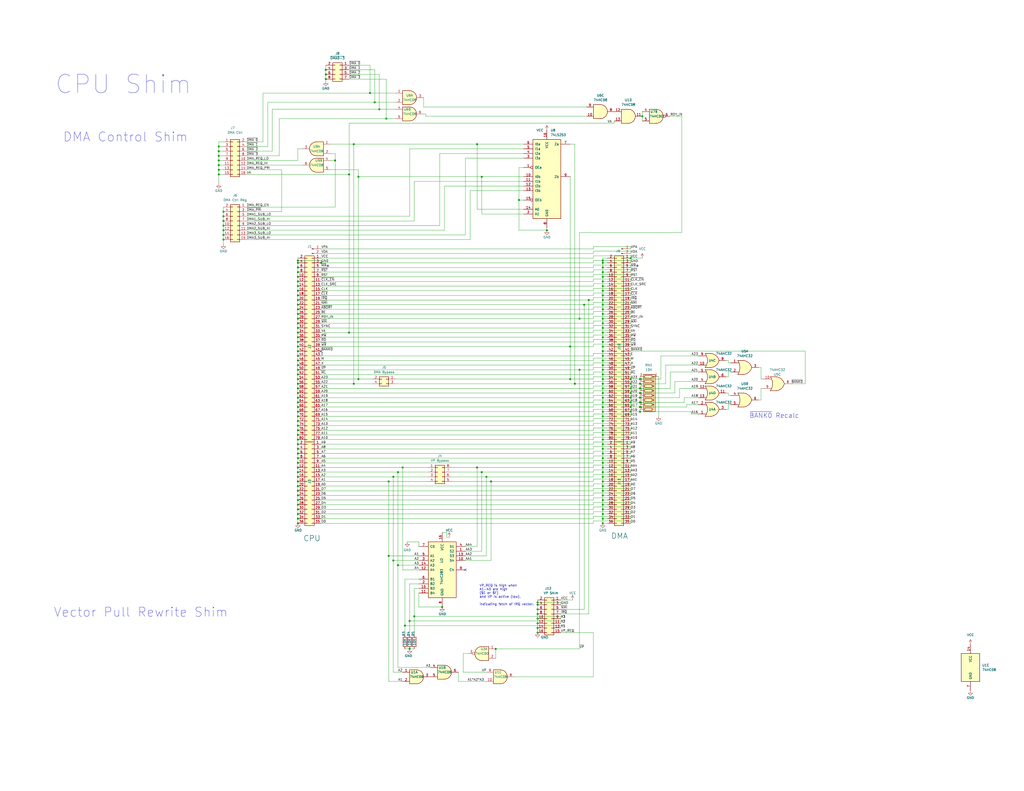
<source format=kicad_sch>
(kicad_sch (version 20230121) (generator eeschema)
  (paper "C")
  (junction (at 121.92 115.57))
  (junction (at 328.93 156.21))
  (junction (at 162.56 229.87))
  (junction (at 349.25 219.71))
  (junction (at 162.56 186.69))
  (junction (at 162.56 168.91))
  (junction (at 182.88 87.63))
  (junction (at 162.56 273.05))
  (junction (at 162.56 237.49))
  (junction (at 177.8 38.1))
  (junction (at 162.56 207.01))
  (junction (at 260.35 78.74))
  (junction (at 328.93 179.07))
  (junction (at 328.93 171.45))
  (junction (at 162.56 250.19))
  (junction (at 350.52 63.5))
  (junction (at 214.63 306.07))
  (junction (at 328.93 148.59))
  (junction (at 162.56 260.35))
  (junction (at 241.3 331.47))
  (junction (at 204.47 55.88))
  (junction (at 214.63 260.35))
  (junction (at 344.17 224.79))
  (junction (at 328.93 168.91))
  (junction (at 328.93 207.01))
  (junction (at 162.56 227.33))
  (junction (at 162.56 247.65))
  (junction (at 328.93 153.67))
  (junction (at 162.56 161.29))
  (junction (at 193.04 78.74))
  (junction (at 162.56 212.09))
  (junction (at 119.38 85.09))
  (junction (at 162.56 151.13))
  (junction (at 119.38 90.17))
  (junction (at 344.17 222.25))
  (junction (at 328.93 280.67))
  (junction (at 162.56 199.39))
  (junction (at 162.56 217.17))
  (junction (at 328.93 219.71))
  (junction (at 328.93 217.17))
  (junction (at 162.56 214.63))
  (junction (at 212.09 303.53))
  (junction (at 162.56 181.61))
  (junction (at 162.56 158.75))
  (junction (at 223.52 339.09))
  (junction (at 293.37 328.93))
  (junction (at 328.93 227.33))
  (junction (at 162.56 242.57))
  (junction (at 344.17 214.63))
  (junction (at 328.93 283.21))
  (junction (at 162.56 270.51))
  (junction (at 328.93 245.11))
  (junction (at 162.56 204.47))
  (junction (at 162.56 257.81))
  (junction (at 195.58 96.52))
  (junction (at 162.56 171.45))
  (junction (at 328.93 184.15))
  (junction (at 162.56 142.24))
  (junction (at 162.56 156.21))
  (junction (at 328.93 278.13))
  (junction (at 262.89 257.81))
  (junction (at 270.51 354.33))
  (junction (at 162.56 153.67))
  (junction (at 121.92 130.81))
  (junction (at 328.93 252.73))
  (junction (at 162.56 222.25))
  (junction (at 328.93 158.75))
  (junction (at 328.93 275.59))
  (junction (at 119.38 92.71))
  (junction (at 121.92 125.73))
  (junction (at 328.93 209.55))
  (junction (at 121.92 128.27))
  (junction (at 349.25 222.25))
  (junction (at 293.37 335.28))
  (junction (at 349.25 207.01))
  (junction (at 328.93 161.29))
  (junction (at 328.93 262.89))
  (junction (at 349.25 209.55))
  (junction (at 121.92 118.11))
  (junction (at 311.15 189.23))
  (junction (at 283.21 109.22))
  (junction (at 162.56 191.77))
  (junction (at 162.56 179.07))
  (junction (at 328.93 204.47))
  (junction (at 328.93 173.99))
  (junction (at 119.38 87.63))
  (junction (at 162.56 283.21))
  (junction (at 162.56 265.43))
  (junction (at 328.93 214.63))
  (junction (at 260.35 255.27))
  (junction (at 162.56 184.15))
  (junction (at 328.93 196.85))
  (junction (at 344.17 217.17))
  (junction (at 328.93 260.35))
  (junction (at 162.56 146.05))
  (junction (at 349.25 214.63))
  (junction (at 293.37 340.36))
  (junction (at 190.5 181.61))
  (junction (at 328.93 255.27))
  (junction (at 162.56 209.55))
  (junction (at 328.93 224.79))
  (junction (at 328.93 267.97))
  (junction (at 162.56 196.85))
  (junction (at 316.23 201.93))
  (junction (at 162.56 143.51))
  (junction (at 328.93 234.95))
  (junction (at 162.56 240.03))
  (junction (at 328.93 247.65))
  (junction (at 328.93 265.43))
  (junction (at 207.01 59.69))
  (junction (at 328.93 270.51))
  (junction (at 162.56 176.53))
  (junction (at 162.56 219.71))
  (junction (at 162.56 285.75))
  (junction (at 328.93 232.41))
  (junction (at 195.58 207.01))
  (junction (at 219.71 255.27))
  (junction (at 162.56 280.67))
  (junction (at 267.97 262.89))
  (junction (at 223.52 354.33))
  (junction (at 328.93 201.93))
  (junction (at 344.17 140.97))
  (junction (at 328.93 212.09))
  (junction (at 311.15 207.01))
  (junction (at 190.5 95.25))
  (junction (at 313.69 209.55))
  (junction (at 349.25 224.79))
  (junction (at 121.92 123.19))
  (junction (at 162.56 245.11))
  (junction (at 217.17 257.81))
  (junction (at 328.93 176.53))
  (junction (at 119.38 95.25))
  (junction (at 162.56 148.59))
  (junction (at 328.93 240.03))
  (junction (at 220.98 341.63))
  (junction (at 193.04 209.55))
  (junction (at 328.93 229.87))
  (junction (at 293.37 332.74))
  (junction (at 321.31 163.83))
  (junction (at 293.37 342.9))
  (junction (at 162.56 252.73))
  (junction (at 328.93 194.31))
  (junction (at 119.38 80.01))
  (junction (at 328.93 191.77))
  (junction (at 212.09 262.89))
  (junction (at 162.56 278.13))
  (junction (at 344.17 212.09))
  (junction (at 328.93 250.19))
  (junction (at 162.56 224.79))
  (junction (at 217.17 308.61))
  (junction (at 316.23 173.99))
  (junction (at 349.25 212.09))
  (junction (at 162.56 267.97))
  (junction (at 318.77 166.37))
  (junction (at 201.93 50.8))
  (junction (at 328.93 186.69))
  (junction (at 210.82 64.77))
  (junction (at 349.25 217.17))
  (junction (at 177.8 43.18))
  (junction (at 162.56 234.95))
  (junction (at 344.17 207.01))
  (junction (at 265.43 260.35))
  (junction (at 162.56 194.31))
  (junction (at 328.93 151.13))
  (junction (at 162.56 275.59))
  (junction (at 226.06 336.55))
  (junction (at 162.56 255.27))
  (junction (at 298.45 125.73))
  (junction (at 328.93 285.75))
  (junction (at 328.93 257.81))
  (junction (at 293.37 330.2))
  (junction (at 119.38 82.55))
  (junction (at 162.56 189.23))
  (junction (at 328.93 142.24))
  (junction (at 328.93 189.23))
  (junction (at 328.93 273.05))
  (junction (at 328.93 166.37))
  (junction (at 293.37 345.44))
  (junction (at 121.92 120.65))
  (junction (at 177.8 40.64))
  (junction (at 175.26 143.51))
  (junction (at 328.93 242.57))
  (junction (at 328.93 237.49))
  (junction (at 344.17 219.71))
  (junction (at 262.89 96.52))
  (junction (at 162.56 232.41))
  (junction (at 328.93 199.39))
  (junction (at 328.93 146.05))
  (junction (at 162.56 166.37))
  (junction (at 162.56 173.99))
  (junction (at 162.56 201.93))
  (junction (at 344.17 209.55))
  (junction (at 328.93 181.61))
  (junction (at 162.56 163.83))
  (junction (at 328.93 143.51))
  (junction (at 328.93 163.83))
  (junction (at 328.93 222.25))
  (junction (at 162.56 262.89))
  (junction (at 293.37 337.82))
  (no_connect (at 254 311.15))
  (no_connect (at 175.26 191.77))
  (wire (pts (xy 323.85 274.32) (xy 323.85 275.59)))
  (wire (pts (xy 162.56 176.53) (xy 162.56 179.07)))
  (wire (pts (xy 217.17 257.81) (xy 233.68 257.81)))
  (wire (pts (xy 175.26 222.25) (xy 323.85 222.25)))
  (wire (pts (xy 210.82 43.18) (xy 210.82 64.77)))
  (wire (pts (xy 397.51 214.63) (xy 397.51 215.9)))
  (wire (pts (xy 175.26 247.65) (xy 323.85 247.65)))
  (wire (pts (xy 328.93 273.05) (xy 328.93 275.59)))
  (wire (pts (xy 175.26 148.59) (xy 323.85 148.59)))
  (wire (pts (xy 344.17 212.09) (xy 349.25 212.09)))
  (wire (pts (xy 121.92 82.55) (xy 119.38 82.55)))
  (wire (pts (xy 252.73 367.03) (xy 265.43 367.03)))
  (wire (pts (xy 119.38 90.17) (xy 121.92 90.17)))
  (wire (pts (xy 134.62 82.55) (xy 148.59 82.55)))
  (wire (pts (xy 323.85 157.48) (xy 323.85 158.75)))
  (wire (pts (xy 344.17 226.06) (xy 344.17 227.33)))
  (wire (pts (xy 344.17 254) (xy 323.85 254)))
  (wire (pts (xy 344.17 173.99) (xy 344.17 172.72)))
  (wire (pts (xy 323.85 248.92) (xy 323.85 250.19)))
  (wire (pts (xy 162.56 229.87) (xy 162.56 232.41)))
  (wire (pts (xy 316.23 354.33) (xy 270.51 354.33)))
  (wire (pts (xy 283.21 125.73) (xy 298.45 125.73)))
  (wire (pts (xy 344.17 160.02) (xy 323.85 160.02)))
  (wire (pts (xy 190.5 67.31) (xy 190.5 95.25)))
  (wire (pts (xy 344.17 276.86) (xy 344.17 278.13)))
  (wire (pts (xy 328.93 217.17) (xy 328.93 219.71)))
  (wire (pts (xy 344.17 248.92) (xy 344.17 250.19)))
  (wire (pts (xy 306.07 335.28) (xy 321.31 335.28)))
  (wire (pts (xy 344.17 231.14) (xy 344.17 232.41)))
  (wire (pts (xy 328.93 240.03) (xy 331.47 240.03)))
  (wire (pts (xy 344.17 185.42) (xy 344.17 186.69)))
  (wire (pts (xy 220.98 316.23) (xy 220.98 341.63)))
  (wire (pts (xy 328.93 280.67) (xy 328.93 283.21)))
  (wire (pts (xy 195.58 92.71) (xy 195.58 96.52)))
  (wire (pts (xy 328.93 156.21) (xy 331.47 156.21)))
  (wire (pts (xy 328.93 148.59) (xy 331.47 148.59)))
  (wire (pts (xy 220.98 341.63) (xy 306.07 341.63)))
  (wire (pts (xy 165.1 90.17) (xy 134.62 90.17)))
  (wire (pts (xy 344.17 210.82) (xy 323.85 210.82)))
  (wire (pts (xy 414.02 200.66) (xy 415.29 200.66)))
  (wire (pts (xy 328.93 199.39) (xy 331.47 199.39)))
  (wire (pts (xy 328.93 212.09) (xy 328.93 214.63)))
  (wire (pts (xy 344.17 140.97) (xy 350.52 140.97)))
  (wire (pts (xy 350.52 60.96) (xy 350.52 63.5)))
  (wire (pts (xy 360.68 194.31) (xy 381 194.31)))
  (wire (pts (xy 212.09 303.53) (xy 212.09 372.11)))
  (wire (pts (xy 328.93 189.23) (xy 328.93 191.77)))
  (wire (pts (xy 231.14 53.34) (xy 231.14 58.42)))
  (wire (pts (xy 344.17 140.97) (xy 344.17 139.7)))
  (wire (pts (xy 328.93 278.13) (xy 331.47 278.13)))
  (wire (pts (xy 344.17 156.21) (xy 344.17 154.94)))
  (wire (pts (xy 162.56 227.33) (xy 162.56 229.87)))
  (wire (pts (xy 162.56 234.95) (xy 162.56 237.49)))
  (wire (pts (xy 293.37 342.9) (xy 293.37 345.44)))
  (wire (pts (xy 344.17 241.3) (xy 323.85 241.3)))
  (wire (pts (xy 344.17 180.34) (xy 323.85 180.34)))
  (wire (pts (xy 162.56 179.07) (xy 162.56 181.61)))
  (wire (pts (xy 328.93 260.35) (xy 331.47 260.35)))
  (wire (pts (xy 215.9 209.55) (xy 313.69 209.55)))
  (wire (pts (xy 162.56 148.59) (xy 162.56 151.13)))
  (wire (pts (xy 121.92 80.01) (xy 119.38 80.01)))
  (wire (pts (xy 323.85 165.1) (xy 323.85 166.37)))
  (wire (pts (xy 349.25 224.79) (xy 377.19 224.79)))
  (wire (pts (xy 359.41 205.74) (xy 359.41 227.33)))
  (wire (pts (xy 285.75 101.6) (xy 242.57 101.6)))
  (wire (pts (xy 119.38 92.71) (xy 119.38 95.25)))
  (wire (pts (xy 175.26 146.05) (xy 323.85 146.05)))
  (wire (pts (xy 344.17 203.2) (xy 323.85 203.2)))
  (wire (pts (xy 255.27 356.87) (xy 252.73 356.87)))
  (wire (pts (xy 397.51 215.9) (xy 398.78 215.9)))
  (wire (pts (xy 119.38 87.63) (xy 121.92 87.63)))
  (wire (pts (xy 270.51 354.33) (xy 270.51 359.41)))
  (wire (pts (xy 344.17 214.63) (xy 349.25 214.63)))
  (wire (pts (xy 344.17 172.72) (xy 323.85 172.72)))
  (wire (pts (xy 344.17 187.96) (xy 344.17 189.23)))
  (wire (pts (xy 246.38 260.35) (xy 265.43 260.35)))
  (wire (pts (xy 328.93 265.43) (xy 328.93 267.97)))
  (wire (pts (xy 162.56 186.69) (xy 162.56 189.23)))
  (wire (pts (xy 190.5 67.31) (xy 335.28 67.31)))
  (wire (pts (xy 363.22 199.39) (xy 363.22 209.55)))
  (wire (pts (xy 328.93 186.69) (xy 331.47 186.69)))
  (wire (pts (xy 344.17 264.16) (xy 323.85 264.16)))
  (wire (pts (xy 323.85 256.54) (xy 323.85 257.81)))
  (wire (pts (xy 344.17 233.68) (xy 323.85 233.68)))
  (wire (pts (xy 217.17 308.61) (xy 228.6 308.61)))
  (wire (pts (xy 323.85 185.42) (xy 323.85 186.69)))
  (wire (pts (xy 134.62 113.03) (xy 182.88 113.03)))
  (wire (pts (xy 162.56 207.01) (xy 162.56 209.55)))
  (wire (pts (xy 214.63 306.07) (xy 214.63 367.03)))
  (wire (pts (xy 328.93 283.21) (xy 331.47 283.21)))
  (wire (pts (xy 323.85 266.7) (xy 323.85 267.97)))
  (wire (pts (xy 377.19 226.06) (xy 377.19 224.79)))
  (wire (pts (xy 175.26 214.63) (xy 323.85 214.63)))
  (wire (pts (xy 344.17 177.8) (xy 344.17 179.07)))
  (wire (pts (xy 162.56 242.57) (xy 162.56 245.11)))
  (wire (pts (xy 328.93 166.37) (xy 328.93 168.91)))
  (wire (pts (xy 344.17 279.4) (xy 344.17 280.67)))
  (wire (pts (xy 121.92 123.19) (xy 121.92 125.73)))
  (wire (pts (xy 175.26 209.55) (xy 193.04 209.55)))
  (wire (pts (xy 328.93 229.87) (xy 331.47 229.87)))
  (wire (pts (xy 195.58 96.52) (xy 262.89 96.52)))
  (wire (pts (xy 316.23 173.99) (xy 323.85 173.99)))
  (wire (pts (xy 177.8 43.18) (xy 177.8 44.45)))
  (wire (pts (xy 344.17 200.66) (xy 344.17 201.93)))
  (wire (pts (xy 328.93 262.89) (xy 331.47 262.89)))
  (wire (pts (xy 344.17 200.66) (xy 323.85 200.66)))
  (wire (pts (xy 349.25 223.52) (xy 349.25 224.79)))
  (wire (pts (xy 134.62 115.57) (xy 153.67 115.57)))
  (wire (pts (xy 252.73 356.87) (xy 252.73 367.03)))
  (wire (pts (xy 285.75 114.3) (xy 260.35 114.3)))
  (wire (pts (xy 162.56 265.43) (xy 162.56 267.97)))
  (wire (pts (xy 344.17 217.17) (xy 349.25 217.17)))
  (wire (pts (xy 349.25 219.71) (xy 373.38 219.71)))
  (wire (pts (xy 328.93 283.21) (xy 328.93 285.75)))
  (wire (pts (xy 175.26 285.75) (xy 323.85 285.75)))
  (wire (pts (xy 328.93 186.69) (xy 328.93 189.23)))
  (wire (pts (xy 193.04 78.74) (xy 260.35 78.74)))
  (wire (pts (xy 175.26 229.87) (xy 323.85 229.87)))
  (wire (pts (xy 344.17 210.82) (xy 344.17 212.09)))
  (wire (pts (xy 328.93 278.13) (xy 328.93 280.67)))
  (wire (pts (xy 335.28 67.31) (xy 335.28 66.04)))
  (wire (pts (xy 328.93 194.31) (xy 328.93 196.85)))
  (wire (pts (xy 344.17 166.37) (xy 344.17 165.1)))
  (wire (pts (xy 323.85 238.76) (xy 323.85 240.03)))
  (wire (pts (xy 177.8 40.64) (xy 177.8 43.18)))
  (wire (pts (xy 223.52 118.11) (xy 134.62 118.11)))
  (wire (pts (xy 175.26 173.99) (xy 316.23 173.99)))
  (wire (pts (xy 344.17 259.08) (xy 344.17 260.35)))
  (wire (pts (xy 323.85 241.3) (xy 323.85 242.57)))
  (wire (pts (xy 344.17 281.94) (xy 323.85 281.94)))
  (wire (pts (xy 162.56 153.67) (xy 162.56 156.21)))
  (wire (pts (xy 265.43 303.53) (xy 265.43 260.35)))
  (wire (pts (xy 328.93 227.33) (xy 331.47 227.33)))
  (wire (pts (xy 344.17 148.59) (xy 344.17 147.32)))
  (wire (pts (xy 323.85 231.14) (xy 323.85 232.41)))
  (wire (pts (xy 397.51 223.52) (xy 397.51 220.98)))
  (wire (pts (xy 254 303.53) (xy 265.43 303.53)))
  (wire (pts (xy 365.76 203.2) (xy 381 203.2)))
  (wire (pts (xy 217.17 364.49) (xy 234.95 364.49)))
  (wire (pts (xy 323.85 284.48) (xy 323.85 285.75)))
  (wire (pts (xy 328.93 270.51) (xy 328.93 273.05)))
  (wire (pts (xy 328.93 176.53) (xy 328.93 179.07)))
  (wire (pts (xy 162.56 196.85) (xy 162.56 199.39)))
  (wire (pts (xy 143.51 50.8) (xy 201.93 50.8)))
  (wire (pts (xy 212.09 372.11) (xy 219.71 372.11)))
  (wire (pts (xy 232.41 62.23) (xy 232.41 63.5)))
  (wire (pts (xy 175.26 270.51) (xy 323.85 270.51)))
  (wire (pts (xy 328.93 176.53) (xy 331.47 176.53)))
  (wire (pts (xy 328.93 181.61) (xy 331.47 181.61)))
  (wire (pts (xy 328.93 163.83) (xy 331.47 163.83)))
  (wire (pts (xy 344.17 165.1) (xy 323.85 165.1)))
  (wire (pts (xy 328.93 275.59) (xy 331.47 275.59)))
  (wire (pts (xy 377.19 226.06) (xy 381 226.06)))
  (wire (pts (xy 323.85 172.72) (xy 323.85 173.99)))
  (wire (pts (xy 162.56 212.09) (xy 162.56 214.63)))
  (wire (pts (xy 328.93 265.43) (xy 331.47 265.43)))
  (wire (pts (xy 121.92 115.57) (xy 121.92 118.11)))
  (wire (pts (xy 344.17 220.98) (xy 344.17 222.25)))
  (wire (pts (xy 175.26 234.95) (xy 323.85 234.95)))
  (wire (pts (xy 162.56 184.15) (xy 162.56 186.69)))
  (wire (pts (xy 121.92 125.73) (xy 121.92 128.27)))
  (wire (pts (xy 250.19 372.11) (xy 265.43 372.11)))
  (wire (pts (xy 226.06 99.06) (xy 226.06 120.65)))
  (wire (pts (xy 344.17 269.24) (xy 323.85 269.24)))
  (wire (pts (xy 328.93 242.57) (xy 331.47 242.57)))
  (wire (pts (xy 344.17 207.01) (xy 349.25 207.01)))
  (wire (pts (xy 311.15 96.52) (xy 311.15 189.23)))
  (wire (pts (xy 265.43 260.35) (xy 323.85 260.35)))
  (wire (pts (xy 254 86.36) (xy 254 128.27)))
  (wire (pts (xy 328.93 229.87) (xy 328.93 232.41)))
  (wire (pts (xy 256.54 104.14) (xy 256.54 130.81)))
  (wire (pts (xy 344.17 167.64) (xy 323.85 167.64)))
  (wire (pts (xy 313.69 78.74) (xy 313.69 209.55)))
  (wire (pts (xy 396.24 196.85) (xy 397.51 196.85)))
  (wire (pts (xy 439.42 191.77) (xy 344.17 191.77)))
  (wire (pts (xy 246.38 257.81) (xy 262.89 257.81)))
  (wire (pts (xy 283.21 91.44) (xy 283.21 109.22)))
  (wire (pts (xy 344.17 195.58) (xy 344.17 196.85)))
  (wire (pts (xy 180.34 78.74) (xy 193.04 78.74)))
  (wire (pts (xy 323.85 177.8) (xy 323.85 179.07)))
  (wire (pts (xy 228.6 323.85) (xy 228.6 331.47)))
  (wire (pts (xy 323.85 170.18) (xy 323.85 171.45)))
  (wire (pts (xy 175.26 252.73) (xy 323.85 252.73)))
  (wire (pts (xy 162.56 250.19) (xy 162.56 252.73)))
  (wire (pts (xy 344.17 198.12) (xy 344.17 199.39)))
  (wire (pts (xy 306.07 341.63) (xy 306.07 342.9)))
  (wire (pts (xy 293.37 327.66) (xy 293.37 328.93)))
  (wire (pts (xy 323.85 152.4) (xy 323.85 153.67)))
  (wire (pts (xy 162.56 156.21) (xy 162.56 158.75)))
  (wire (pts (xy 162.56 237.49) (xy 162.56 240.03)))
  (wire (pts (xy 370.84 212.09) (xy 381 212.09)))
  (wire (pts (xy 344.17 215.9) (xy 323.85 215.9)))
  (wire (pts (xy 201.93 35.56) (xy 201.93 50.8)))
  (wire (pts (xy 293.37 328.93) (xy 306.07 328.93)))
  (wire (pts (xy 439.42 209.55) (xy 439.42 191.77)))
  (wire (pts (xy 162.56 273.05) (xy 162.56 275.59)))
  (wire (pts (xy 344.17 261.62) (xy 344.17 262.89)))
  (wire (pts (xy 175.26 267.97) (xy 323.85 267.97)))
  (wire (pts (xy 240.03 123.19) (xy 134.62 123.19)))
  (wire (pts (xy 328.93 267.97) (xy 328.93 270.51)))
  (wire (pts (xy 344.17 226.06) (xy 323.85 226.06)))
  (wire (pts (xy 231.14 58.42) (xy 320.04 58.42)))
  (wire (pts (xy 175.26 161.29) (xy 323.85 161.29)))
  (wire (pts (xy 344.17 139.7) (xy 323.85 139.7)))
  (wire (pts (xy 121.92 118.11) (xy 121.92 120.65)))
  (wire (pts (xy 214.63 367.03) (xy 219.71 367.03)))
  (wire (pts (xy 175.26 260.35) (xy 214.63 260.35)))
  (wire (pts (xy 283.21 109.22) (xy 283.21 125.73)))
  (wire (pts (xy 182.88 87.63) (xy 182.88 83.82)))
  (wire (pts (xy 175.26 262.89) (xy 212.09 262.89)))
  (wire (pts (xy 162.56 191.77) (xy 162.56 194.31)))
  (wire (pts (xy 217.17 257.81) (xy 217.17 308.61)))
  (wire (pts (xy 175.26 199.39) (xy 323.85 199.39)))
  (wire (pts (xy 228.6 295.91) (xy 228.6 298.45)))
  (wire (pts (xy 318.77 166.37) (xy 323.85 166.37)))
  (wire (pts (xy 306.07 330.2) (xy 306.07 328.93)))
  (wire (pts (xy 250.19 372.11) (xy 250.19 367.03)))
  (wire (pts (xy 328.93 280.67) (xy 331.47 280.67)))
  (wire (pts (xy 344.17 153.67) (xy 344.17 152.4)))
  (wire (pts (xy 134.62 80.01) (xy 146.05 80.01)))
  (wire (pts (xy 245.11 293.37) (xy 243.84 293.37)))
  (wire (pts (xy 323.85 135.89) (xy 323.85 134.62)))
  (wire (pts (xy 328.93 252.73) (xy 328.93 255.27)))
  (wire (pts (xy 328.93 142.24) (xy 344.17 142.24)))
  (wire (pts (xy 328.93 245.11) (xy 331.47 245.11)))
  (wire (pts (xy 223.52 81.28) (xy 223.52 118.11)))
  (wire (pts (xy 328.93 237.49) (xy 328.93 240.03)))
  (wire (pts (xy 344.17 281.94) (xy 344.17 283.21)))
  (wire (pts (xy 243.84 293.37) (xy 243.84 290.83)))
  (wire (pts (xy 204.47 38.1) (xy 190.5 38.1)))
  (wire (pts (xy 344.17 246.38) (xy 344.17 247.65)))
  (wire (pts (xy 373.38 219.71) (xy 373.38 217.17)))
  (wire (pts (xy 344.17 134.62) (xy 323.85 134.62)))
  (wire (pts (xy 162.56 142.24) (xy 162.56 143.51)))
  (wire (pts (xy 344.17 223.52) (xy 323.85 223.52)))
  (wire (pts (xy 323.85 222.25) (xy 323.85 220.98)))
  (wire (pts (xy 360.68 194.31) (xy 360.68 207.01)))
  (wire (pts (xy 306.07 332.74) (xy 318.77 332.74)))
  (wire (pts (xy 344.17 274.32) (xy 344.17 275.59)))
  (wire (pts (xy 344.17 171.45) (xy 344.17 170.18)))
  (wire (pts (xy 349.25 213.36) (xy 349.25 214.63)))
  (wire (pts (xy 226.06 354.33) (xy 223.52 354.33)))
  (wire (pts (xy 316.23 201.93) (xy 323.85 201.93)))
  (wire (pts (xy 328.93 237.49) (xy 331.47 237.49)))
  (wire (pts (xy 323.85 269.24) (xy 323.85 270.51)))
  (wire (pts (xy 344.17 203.2) (xy 344.17 204.47)))
  (wire (pts (xy 344.17 269.24) (xy 344.17 270.51)))
  (wire (pts (xy 328.93 217.17) (xy 331.47 217.17)))
  (wire (pts (xy 285.75 104.14) (xy 256.54 104.14)))
  (wire (pts (xy 162.56 240.03) (xy 162.56 242.57)))
  (wire (pts (xy 312.42 327.66) (xy 306.07 327.66)))
  (wire (pts (xy 162.56 181.61) (xy 162.56 184.15)))
  (wire (pts (xy 162.56 81.28) (xy 162.56 87.63)))
  (wire (pts (xy 328.93 146.05) (xy 331.47 146.05)))
  (wire (pts (xy 162.56 146.05) (xy 162.56 148.59)))
  (wire (pts (xy 323.85 175.26) (xy 323.85 176.53)))
  (wire (pts (xy 328.93 181.61) (xy 328.93 184.15)))
  (wire (pts (xy 162.56 252.73) (xy 162.56 255.27)))
  (wire (pts (xy 344.17 170.18) (xy 323.85 170.18)))
  (wire (pts (xy 349.25 214.63) (xy 368.3 214.63)))
  (wire (pts (xy 323.85 261.62) (xy 323.85 262.89)))
  (wire (pts (xy 175.26 143.51) (xy 323.85 143.51)))
  (wire (pts (xy 175.26 265.43) (xy 323.85 265.43)))
  (wire (pts (xy 285.75 83.82) (xy 240.03 83.82)))
  (wire (pts (xy 344.17 256.54) (xy 323.85 256.54)))
  (wire (pts (xy 344.17 238.76) (xy 344.17 240.03)))
  (wire (pts (xy 323.85 162.56) (xy 323.85 163.83)))
  (wire (pts (xy 175.26 255.27) (xy 219.71 255.27)))
  (wire (pts (xy 121.92 128.27) (xy 121.92 130.81)))
  (wire (pts (xy 368.3 208.28) (xy 381 208.28)))
  (wire (pts (xy 323.85 207.01) (xy 323.85 205.74)))
  (wire (pts (xy 328.93 148.59) (xy 328.93 151.13)))
  (wire (pts (xy 162.56 257.81) (xy 162.56 260.35)))
  (wire (pts (xy 162.56 194.31) (xy 162.56 196.85)))
  (wire (pts (xy 344.17 284.48) (xy 344.17 285.75)))
  (wire (pts (xy 328.93 214.63) (xy 328.93 217.17)))
  (wire (pts (xy 344.17 149.86) (xy 323.85 149.86)))
  (wire (pts (xy 328.93 201.93) (xy 328.93 204.47)))
  (wire (pts (xy 349.25 217.17) (xy 370.84 217.17)))
  (wire (pts (xy 328.93 171.45) (xy 331.47 171.45)))
  (wire (pts (xy 220.98 346.71) (xy 220.98 341.63)))
  (wire (pts (xy 121.92 120.65) (xy 121.92 123.19)))
  (wire (pts (xy 372.11 63.5) (xy 365.76 63.5)))
  (wire (pts (xy 323.85 259.08) (xy 323.85 260.35)))
  (wire (pts (xy 134.62 85.09) (xy 152.4 85.09)))
  (wire (pts (xy 201.93 35.56) (xy 190.5 35.56)))
  (wire (pts (xy 175.26 153.67) (xy 323.85 153.67)))
  (wire (pts (xy 175.26 201.93) (xy 316.23 201.93)))
  (wire (pts (xy 175.26 196.85) (xy 323.85 196.85)))
  (wire (pts (xy 328.93 257.81) (xy 331.47 257.81)))
  (wire (pts (xy 182.88 87.63) (xy 182.88 113.03)))
  (wire (pts (xy 328.93 255.27) (xy 331.47 255.27)))
  (wire (pts (xy 134.62 95.25) (xy 190.5 95.25)))
  (wire (pts (xy 219.71 311.15) (xy 228.6 311.15)))
  (wire (pts (xy 328.93 196.85) (xy 328.93 199.39)))
  (wire (pts (xy 162.56 219.71) (xy 162.56 222.25)))
  (wire (pts (xy 328.93 158.75) (xy 331.47 158.75)))
  (wire (pts (xy 175.26 166.37) (xy 318.77 166.37)))
  (wire (pts (xy 119.38 80.01) (xy 119.38 82.55)))
  (wire (pts (xy 162.56 201.93) (xy 162.56 204.47)))
  (wire (pts (xy 321.31 163.83) (xy 323.85 163.83)))
  (wire (pts (xy 344.17 256.54) (xy 344.17 257.81)))
  (wire (pts (xy 328.93 201.93) (xy 331.47 201.93)))
  (wire (pts (xy 285.75 99.06) (xy 226.06 99.06)))
  (wire (pts (xy 175.26 181.61) (xy 190.5 181.61)))
  (wire (pts (xy 344.17 182.88) (xy 344.17 184.15)))
  (wire (pts (xy 148.59 59.69) (xy 207.01 59.69)))
  (wire (pts (xy 121.92 113.03) (xy 121.92 115.57)))
  (wire (pts (xy 328.93 196.85) (xy 331.47 196.85)))
  (wire (pts (xy 283.21 109.22) (xy 285.75 109.22)))
  (wire (pts (xy 146.05 55.88) (xy 204.47 55.88)))
  (wire (pts (xy 175.26 217.17) (xy 323.85 217.17)))
  (wire (pts (xy 323.85 214.63) (xy 323.85 213.36)))
  (wire (pts (xy 344.17 162.56) (xy 323.85 162.56)))
  (wire (pts (xy 349.25 209.55) (xy 363.22 209.55)))
  (wire (pts (xy 328.93 234.95) (xy 331.47 234.95)))
  (wire (pts (xy 175.26 273.05) (xy 323.85 273.05)))
  (wire (pts (xy 195.58 96.52) (xy 195.58 207.01)))
  (wire (pts (xy 344.17 147.32) (xy 323.85 147.32)))
  (wire (pts (xy 328.93 161.29) (xy 328.93 163.83)))
  (wire (pts (xy 175.26 245.11) (xy 323.85 245.11)))
  (wire (pts (xy 372.11 63.5) (xy 372.11 127)))
  (wire (pts (xy 293.37 337.82) (xy 293.37 340.36)))
  (wire (pts (xy 175.26 179.07) (xy 323.85 179.07)))
  (wire (pts (xy 328.93 142.24) (xy 328.93 143.51)))
  (wire (pts (xy 175.26 194.31) (xy 323.85 194.31)))
  (wire (pts (xy 175.26 212.09) (xy 323.85 212.09)))
  (wire (pts (xy 223.52 354.33) (xy 220.98 354.33)))
  (wire (pts (xy 243.84 290.83) (xy 241.3 290.83)))
  (wire (pts (xy 349.25 222.25) (xy 374.65 222.25)))
  (wire (pts (xy 260.35 114.3) (xy 260.35 78.74)))
  (wire (pts (xy 323.85 139.7) (xy 323.85 140.97)))
  (wire (pts (xy 260.35 255.27) (xy 323.85 255.27)))
  (wire (pts (xy 328.93 153.67) (xy 331.47 153.67)))
  (wire (pts (xy 214.63 260.35) (xy 233.68 260.35)))
  (wire (pts (xy 267.97 306.07) (xy 267.97 262.89)))
  (wire (pts (xy 344.17 177.8) (xy 323.85 177.8)))
  (wire (pts (xy 153.67 92.71) (xy 153.67 115.57)))
  (wire (pts (xy 175.26 275.59) (xy 323.85 275.59)))
  (wire (pts (xy 293.37 328.93) (xy 293.37 330.2)))
  (wire (pts (xy 190.5 95.25) (xy 190.5 181.61)))
  (wire (pts (xy 349.25 210.82) (xy 349.25 212.09)))
  (wire (pts (xy 397.51 198.12) (xy 398.78 198.12)))
  (wire (pts (xy 293.37 335.28) (xy 293.37 337.82)))
  (wire (pts (xy 344.17 218.44) (xy 344.17 219.71)))
  (wire (pts (xy 328.93 209.55) (xy 328.93 212.09)))
  (wire (pts (xy 328.93 156.21) (xy 328.93 158.75)))
  (wire (pts (xy 328.93 285.75) (xy 331.47 285.75)))
  (wire (pts (xy 321.31 163.83) (xy 321.31 335.28)))
  (wire (pts (xy 344.17 209.55) (xy 349.25 209.55)))
  (wire (pts (xy 162.56 204.47) (xy 162.56 207.01)))
  (wire (pts (xy 175.26 186.69) (xy 323.85 186.69)))
  (wire (pts (xy 226.06 321.31) (xy 226.06 336.55)))
  (wire (pts (xy 226.06 336.55) (xy 306.07 336.55)))
  (wire (pts (xy 254 306.07) (xy 267.97 306.07)))
  (wire (pts (xy 162.56 262.89) (xy 162.56 265.43)))
  (wire (pts (xy 323.85 160.02) (xy 323.85 161.29)))
  (wire (pts (xy 344.17 175.26) (xy 323.85 175.26)))
  (wire (pts (xy 328.93 173.99) (xy 331.47 173.99)))
  (wire (pts (xy 262.89 116.84) (xy 262.89 96.52)))
  (wire (pts (xy 119.38 82.55) (xy 119.38 85.09)))
  (wire (pts (xy 328.93 209.55) (xy 331.47 209.55)))
  (wire (pts (xy 328.93 232.41) (xy 328.93 234.95)))
  (wire (pts (xy 228.6 331.47) (xy 241.3 331.47)))
  (wire (pts (xy 240.03 83.82) (xy 240.03 123.19)))
  (wire (pts (xy 328.93 207.01) (xy 328.93 209.55)))
  (wire (pts (xy 162.56 283.21) (xy 162.56 285.75)))
  (wire (pts (xy 311.15 207.01) (xy 323.85 207.01)))
  (wire (pts (xy 219.71 255.27) (xy 219.71 311.15)))
  (wire (pts (xy 328.93 199.39) (xy 328.93 201.93)))
  (wire (pts (xy 226.06 336.55) (xy 226.06 346.71)))
  (wire (pts (xy 175.26 232.41) (xy 323.85 232.41)))
  (wire (pts (xy 323.85 193.04) (xy 323.85 194.31)))
  (wire (pts (xy 162.56 163.83) (xy 162.56 166.37)))
  (wire (pts (xy 344.17 205.74) (xy 344.17 207.01)))
  (wire (pts (xy 328.93 250.19) (xy 331.47 250.19)))
  (wire (pts (xy 328.93 158.75) (xy 328.93 161.29)))
  (wire (pts (xy 175.26 158.75) (xy 323.85 158.75)))
  (wire (pts (xy 396.24 214.63) (xy 397.51 214.63)))
  (wire (pts (xy 175.26 163.83) (xy 321.31 163.83)))
  (wire (pts (xy 162.56 189.23) (xy 162.56 191.77)))
  (wire (pts (xy 344.17 163.83) (xy 344.17 162.56)))
  (wire (pts (xy 344.17 231.14) (xy 323.85 231.14)))
  (wire (pts (xy 344.17 185.42) (xy 323.85 185.42)))
  (wire (pts (xy 344.17 134.62) (xy 344.17 135.89)))
  (wire (pts (xy 344.17 137.16) (xy 344.17 138.43)))
  (wire (pts (xy 415.29 207.01) (xy 416.56 207.01)))
  (wire (pts (xy 293.37 340.36) (xy 293.37 342.9)))
  (wire (pts (xy 232.41 63.5) (xy 320.04 63.5)))
  (wire (pts (xy 344.17 276.86) (xy 323.85 276.86)))
  (wire (pts (xy 175.26 135.89) (xy 323.85 135.89)))
  (wire (pts (xy 328.93 179.07) (xy 328.93 181.61)))
  (wire (pts (xy 162.56 168.91) (xy 162.56 171.45)))
  (wire (pts (xy 262.89 257.81) (xy 323.85 257.81)))
  (wire (pts (xy 119.38 92.71) (xy 121.92 92.71)))
  (wire (pts (xy 328.93 143.51) (xy 331.47 143.51)))
  (wire (pts (xy 323.85 246.38) (xy 323.85 247.65)))
  (wire (pts (xy 328.93 140.97) (xy 328.93 142.24)))
  (wire (pts (xy 328.93 163.83) (xy 328.93 166.37)))
  (wire (pts (xy 180.34 87.63) (xy 182.88 87.63)))
  (wire (pts (xy 162.56 171.45) (xy 162.56 173.99)))
  (wire (pts (xy 328.93 171.45) (xy 328.93 173.99)))
  (wire (pts (xy 344.17 261.62) (xy 323.85 261.62)))
  (wire (pts (xy 328.93 207.01) (xy 331.47 207.01)))
  (wire (pts (xy 344.17 279.4) (xy 323.85 279.4)))
  (wire (pts (xy 175.26 240.03) (xy 323.85 240.03)))
  (wire (pts (xy 223.52 318.77) (xy 223.52 339.09)))
  (wire (pts (xy 344.17 246.38) (xy 323.85 246.38)))
  (wire (pts (xy 328.93 245.11) (xy 328.93 247.65)))
  (wire (pts (xy 328.93 247.65) (xy 331.47 247.65)))
  (wire (pts (xy 212.09 262.89) (xy 212.09 303.53)))
  (wire (pts (xy 323.85 236.22) (xy 323.85 237.49)))
  (wire (pts (xy 328.93 151.13) (xy 328.93 153.67)))
  (wire (pts (xy 344.17 254) (xy 344.17 255.27)))
  (wire (pts (xy 344.17 213.36) (xy 344.17 214.63)))
  (wire (pts (xy 204.47 38.1) (xy 204.47 55.88)))
  (wire (pts (xy 175.26 204.47) (xy 323.85 204.47)))
  (wire (pts (xy 313.69 209.55) (xy 323.85 209.55)))
  (wire (pts (xy 328.93 184.15) (xy 328.93 186.69)))
  (wire (pts (xy 203.2 207.01) (xy 195.58 207.01)))
  (wire (pts (xy 306.07 339.09) (xy 306.07 340.36)))
  (wire (pts (xy 344.17 180.34) (xy 344.17 181.61)))
  (wire (pts (xy 415.29 212.09) (xy 415.29 218.44)))
  (wire (pts (xy 175.26 171.45) (xy 323.85 171.45)))
  (wire (pts (xy 219.71 255.27) (xy 233.68 255.27)))
  (wire (pts (xy 175.26 224.79) (xy 323.85 224.79)))
  (wire (pts (xy 162.56 158.75) (xy 162.56 161.29)))
  (wire (pts (xy 344.17 168.91) (xy 344.17 167.64)))
  (wire (pts (xy 323.85 182.88) (xy 323.85 184.15)))
  (wire (pts (xy 119.38 95.25) (xy 119.38 100.33)))
  (wire (pts (xy 231.14 62.23) (xy 232.41 62.23)))
  (wire (pts (xy 306.07 336.55) (xy 306.07 337.82)))
  (wire (pts (xy 328.93 222.25) (xy 328.93 224.79)))
  (wire (pts (xy 323.85 264.16) (xy 323.85 265.43)))
  (wire (pts (xy 311.15 78.74) (xy 313.69 78.74)))
  (wire (pts (xy 344.17 274.32) (xy 323.85 274.32)))
  (wire (pts (xy 175.26 207.01) (xy 195.58 207.01)))
  (wire (pts (xy 323.85 228.6) (xy 323.85 229.87)))
  (wire (pts (xy 323.85 187.96) (xy 323.85 189.23)))
  (wire (pts (xy 180.34 83.82) (xy 182.88 83.82)))
  (wire (pts (xy 344.17 220.98) (xy 323.85 220.98)))
  (wire (pts (xy 260.35 298.45) (xy 260.35 255.27)))
  (wire (pts (xy 119.38 90.17) (xy 119.38 92.71)))
  (wire (pts (xy 414.02 218.44) (xy 415.29 218.44)))
  (wire (pts (xy 175.26 227.33) (xy 323.85 227.33)))
  (wire (pts (xy 344.17 175.26) (xy 344.17 176.53)))
  (wire (pts (xy 328.93 224.79) (xy 328.93 227.33)))
  (wire (pts (xy 285.75 91.44) (xy 283.21 91.44)))
  (wire (pts (xy 162.56 173.99) (xy 162.56 176.53)))
  (wire (pts (xy 215.9 55.88) (xy 204.47 55.88)))
  (wire (pts (xy 162.56 245.11) (xy 162.56 247.65)))
  (wire (pts (xy 175.26 184.15) (xy 323.85 184.15)))
  (wire (pts (xy 121.92 85.09) (xy 119.38 85.09)))
  (wire (pts (xy 344.17 271.78) (xy 344.17 273.05)))
  (wire (pts (xy 210.82 43.18) (xy 190.5 43.18)))
  (wire (pts (xy 328.93 250.19) (xy 328.93 252.73)))
  (wire (pts (xy 162.56 217.17) (xy 162.56 219.71)))
  (wire (pts (xy 148.59 59.69) (xy 148.59 82.55)))
  (wire (pts (xy 344.17 223.52) (xy 344.17 224.79)))
  (wire (pts (xy 175.26 250.19) (xy 323.85 250.19)))
  (wire (pts (xy 365.76 212.09) (xy 365.76 203.2)))
  (wire (pts (xy 223.52 339.09) (xy 306.07 339.09)))
  (wire (pts (xy 162.56 270.51) (xy 162.56 273.05)))
  (wire (pts (xy 214.63 306.07) (xy 228.6 306.07)))
  (wire (pts (xy 344.17 219.71) (xy 349.25 219.71)))
  (wire (pts (xy 177.8 35.56) (xy 177.8 38.1)))
  (wire (pts (xy 323.85 251.46) (xy 323.85 252.73)))
  (wire (pts (xy 328.93 143.51) (xy 328.93 146.05)))
  (wire (pts (xy 328.93 260.35) (xy 328.93 262.89)))
  (wire (pts (xy 285.75 81.28) (xy 223.52 81.28)))
  (wire (pts (xy 323.85 149.86) (xy 323.85 151.13)))
  (wire (pts (xy 344.17 228.6) (xy 344.17 229.87)))
  (wire (pts (xy 328.93 214.63) (xy 331.47 214.63)))
  (wire (pts (xy 363.22 199.39) (xy 381 199.39)))
  (wire (pts (xy 175.26 219.71) (xy 323.85 219.71)))
  (wire (pts (xy 328.93 219.71) (xy 328.93 222.25)))
  (wire (pts (xy 328.93 247.65) (xy 328.93 250.19)))
  (wire (pts (xy 323.85 212.09) (xy 323.85 210.82)))
  (wire (pts (xy 119.38 85.09) (xy 119.38 87.63)))
  (wire (pts (xy 215.9 50.8) (xy 201.93 50.8)))
  (wire (pts (xy 344.17 208.28) (xy 323.85 208.28)))
  (wire (pts (xy 344.17 264.16) (xy 344.17 265.43)))
  (wire (pts (xy 344.17 187.96) (xy 323.85 187.96)))
  (wire (pts (xy 349.25 218.44) (xy 349.25 219.71)))
  (wire (pts (xy 323.85 137.16) (xy 344.17 137.16)))
  (wire (pts (xy 143.51 50.8) (xy 143.51 77.47)))
  (wire (pts (xy 349.25 212.09) (xy 365.76 212.09)))
  (wire (pts (xy 328.93 179.07) (xy 331.47 179.07)))
  (wire (pts (xy 344.17 241.3) (xy 344.17 242.57)))
  (wire (pts (xy 246.38 262.89) (xy 267.97 262.89)))
  (wire (pts (xy 175.26 278.13) (xy 323.85 278.13)))
  (wire (pts (xy 344.17 215.9) (xy 344.17 217.17)))
  (wire (pts (xy 328.93 173.99) (xy 328.93 176.53)))
  (wire (pts (xy 328.93 242.57) (xy 328.93 245.11)))
  (wire (pts (xy 328.93 219.71) (xy 331.47 219.71)))
  (wire (pts (xy 328.93 151.13) (xy 331.47 151.13)))
  (wire (pts (xy 323.85 217.17) (xy 323.85 215.9)))
  (wire (pts (xy 344.17 236.22) (xy 344.17 237.49)))
  (wire (pts (xy 328.93 204.47) (xy 328.93 207.01)))
  (wire (pts (xy 323.85 279.4) (xy 323.85 280.67)))
  (wire (pts (xy 134.62 130.81) (xy 256.54 130.81)))
  (wire (pts (xy 328.93 166.37) (xy 331.47 166.37)))
  (wire (pts (xy 344.17 238.76) (xy 323.85 238.76)))
  (wire (pts (xy 226.06 120.65) (xy 134.62 120.65)))
  (wire (pts (xy 162.56 214.63) (xy 162.56 217.17)))
  (wire (pts (xy 344.17 251.46) (xy 344.17 252.73)))
  (wire (pts (xy 175.26 242.57) (xy 323.85 242.57)))
  (wire (pts (xy 162.56 151.13) (xy 162.56 153.67)))
  (wire (pts (xy 344.17 266.7) (xy 344.17 267.97)))
  (wire (pts (xy 344.17 222.25) (xy 349.25 222.25)))
  (wire (pts (xy 344.17 248.92) (xy 323.85 248.92)))
  (wire (pts (xy 328.93 275.59) (xy 328.93 278.13)))
  (wire (pts (xy 397.51 203.2) (xy 398.78 203.2)))
  (wire (pts (xy 323.85 219.71) (xy 323.85 218.44)))
  (wire (pts (xy 373.38 217.17) (xy 381 217.17)))
  (wire (pts (xy 344.17 228.6) (xy 323.85 228.6)))
  (wire (pts (xy 415.29 200.66) (xy 415.29 207.01)))
  (wire (pts (xy 344.17 151.13) (xy 344.17 149.86)))
  (wire (pts (xy 162.56 247.65) (xy 162.56 250.19)))
  (wire (pts (xy 175.26 156.21) (xy 323.85 156.21)))
  (wire (pts (xy 323.85 147.32) (xy 323.85 148.59)))
  (wire (pts (xy 344.17 284.48) (xy 323.85 284.48)))
  (wire (pts (xy 254 300.99) (xy 262.89 300.99)))
  (wire (pts (xy 396.24 223.52) (xy 397.51 223.52)))
  (wire (pts (xy 175.26 257.81) (xy 217.17 257.81)))
  (wire (pts (xy 316.23 127) (xy 316.23 173.99)))
  (wire (pts (xy 323.85 198.12) (xy 323.85 199.39)))
  (wire (pts (xy 344.17 157.48) (xy 323.85 157.48)))
  (wire (pts (xy 175.26 237.49) (xy 323.85 237.49)))
  (wire (pts (xy 323.85 154.94) (xy 323.85 156.21)))
  (wire (pts (xy 134.62 125.73) (xy 242.57 125.73)))
  (wire (pts (xy 344.17 213.36) (xy 323.85 213.36)))
  (wire (pts (xy 344.17 243.84) (xy 323.85 243.84)))
  (wire (pts (xy 311.15 189.23) (xy 311.15 207.01)))
  (wire (pts (xy 344.17 182.88) (xy 323.85 182.88)))
  (wire (pts (xy 162.56 161.29) (xy 162.56 163.83)))
  (wire (pts (xy 374.65 220.98) (xy 381 220.98)))
  (wire (pts (xy 119.38 95.25) (xy 121.92 95.25)))
  (wire (pts (xy 344.17 161.29) (xy 344.17 160.02)))
  (wire (pts (xy 344.17 193.04) (xy 323.85 193.04)))
  (wire (pts (xy 328.93 194.31) (xy 331.47 194.31)))
  (wire (pts (xy 323.85 345.44) (xy 306.07 345.44)))
  (wire (pts (xy 207.01 40.64) (xy 207.01 59.69)))
  (wire (pts (xy 175.26 168.91) (xy 323.85 168.91)))
  (wire (pts (xy 328.93 234.95) (xy 328.93 237.49)))
  (wire (pts (xy 254 128.27) (xy 134.62 128.27)))
  (wire (pts (xy 190.5 181.61) (xy 323.85 181.61)))
  (wire (pts (xy 162.56 260.35) (xy 162.56 262.89)))
  (wire (pts (xy 267.97 262.89) (xy 323.85 262.89)))
  (wire (pts (xy 323.85 254) (xy 323.85 255.27)))
  (wire (pts (xy 344.17 236.22) (xy 323.85 236.22)))
  (wire (pts (xy 344.17 266.7) (xy 323.85 266.7)))
  (wire (pts (xy 162.56 278.13) (xy 162.56 280.67)))
  (wire (pts (xy 344.17 251.46) (xy 323.85 251.46)))
  (wire (pts (xy 328.93 232.41) (xy 331.47 232.41)))
  (wire (pts (xy 349.25 220.98) (xy 349.25 222.25)))
  (wire (pts (xy 242.57 101.6) (xy 242.57 125.73)))
  (wire (pts (xy 328.93 140.97) (xy 331.47 140.97)))
  (wire (pts (xy 193.04 209.55) (xy 203.2 209.55)))
  (wire (pts (xy 374.65 222.25) (xy 374.65 220.98)))
  (wire (pts (xy 162.56 166.37) (xy 162.56 168.91)))
  (wire (pts (xy 175.26 142.24) (xy 175.26 143.51)))
  (wire (pts (xy 323.85 226.06) (xy 323.85 227.33)))
  (wire (pts (xy 175.26 151.13) (xy 323.85 151.13)))
  (wire (pts (xy 162.56 209.55) (xy 162.56 212.09)))
  (wire (pts (xy 260.35 78.74) (xy 285.75 78.74)))
  (wire (pts (xy 223.52 339.09) (xy 223.52 346.71)))
  (wire (pts (xy 323.85 243.84) (xy 323.85 245.11)))
  (wire (pts (xy 431.8 209.55) (xy 439.42 209.55)))
  (wire (pts (xy 397.51 205.74) (xy 397.51 203.2)))
  (wire (pts (xy 262.89 257.81) (xy 262.89 300.99)))
  (wire (pts (xy 344.17 158.75) (xy 344.17 157.48)))
  (wire (pts (xy 121.92 77.47) (xy 119.38 77.47)))
  (wire (pts (xy 323.85 281.94) (xy 323.85 283.21)))
  (wire (pts (xy 285.75 116.84) (xy 262.89 116.84)))
  (wire (pts (xy 349.25 208.28) (xy 349.25 209.55)))
  (wire (pts (xy 344.17 224.79) (xy 349.25 224.79)))
  (wire (pts (xy 119.38 77.47) (xy 119.38 80.01)))
  (wire (pts (xy 397.51 220.98) (xy 398.78 220.98)))
  (wire (pts (xy 260.35 298.45) (xy 254 298.45)))
  (wire (pts (xy 162.56 143.51) (xy 162.56 146.05)))
  (wire (pts (xy 311.15 189.23) (xy 323.85 189.23)))
  (wire (pts (xy 316.23 201.93) (xy 316.23 354.33)))
  (wire (pts (xy 328.93 168.91) (xy 328.93 171.45)))
  (wire (pts (xy 293.37 332.74) (xy 293.37 335.28)))
  (wire (pts (xy 323.85 142.24) (xy 328.93 142.24)))
  (wire (pts (xy 344.17 152.4) (xy 323.85 152.4)))
  (wire (pts (xy 162.56 222.25) (xy 162.56 224.79)))
  (wire (pts (xy 328.93 257.81) (xy 328.93 260.35)))
  (wire (pts (xy 344.17 154.94) (xy 323.85 154.94)))
  (wire (pts (xy 349.25 207.01) (xy 360.68 207.01)))
  (wire (pts (xy 344.17 259.08) (xy 323.85 259.08)))
  (wire (pts (xy 372.11 127) (xy 316.23 127)))
  (wire (pts (xy 222.25 295.91) (xy 228.6 295.91)))
  (wire (pts (xy 175.26 189.23) (xy 311.15 189.23)))
  (wire (pts (xy 323.85 203.2) (xy 323.85 204.47)))
  (wire (pts (xy 328.93 153.67) (xy 328.93 156.21)))
  (wire (pts (xy 323.85 167.64) (xy 323.85 168.91)))
  (wire (pts (xy 396.24 205.74) (xy 397.51 205.74)))
  (wire (pts (xy 298.45 125.73) (xy 298.45 124.46)))
  (wire (pts (xy 215.9 59.69) (xy 207.01 59.69)))
  (wire (pts (xy 323.85 271.78) (xy 323.85 273.05)))
  (wire (pts (xy 323.85 138.43) (xy 323.85 137.16)))
  (wire (pts (xy 162.56 199.39) (xy 162.56 201.93)))
  (wire (pts (xy 162.56 275.59) (xy 162.56 278.13)))
  (wire (pts (xy 162.56 140.97) (xy 162.56 142.24)))
  (wire (pts (xy 134.62 92.71) (xy 153.67 92.71)))
  (wire (pts (xy 323.85 209.55) (xy 323.85 208.28)))
  (wire (pts (xy 328.93 168.91) (xy 331.47 168.91)))
  (wire (pts (xy 162.56 232.41) (xy 162.56 234.95)))
  (wire (pts (xy 328.93 222.25) (xy 331.47 222.25)))
  (wire (pts (xy 323.85 180.34) (xy 323.85 181.61)))
  (wire (pts (xy 193.04 78.74) (xy 193.04 209.55)))
  (wire (pts (xy 217.17 308.61) (xy 217.17 364.49)))
  (wire (pts (xy 207.01 40.64) (xy 190.5 40.64)))
  (wire (pts (xy 215.9 207.01) (xy 311.15 207.01)))
  (wire (pts (xy 368.3 208.28) (xy 368.3 214.63)))
  (wire (pts (xy 175.26 138.43) (xy 323.85 138.43)))
  (wire (pts (xy 162.56 267.97) (xy 162.56 270.51)))
  (wire (pts (xy 328.93 240.03) (xy 328.93 242.57)))
  (wire (pts (xy 162.56 280.67) (xy 162.56 283.21)))
  (wire (pts (xy 220.98 316.23) (xy 228.6 316.23)))
  (wire (pts (xy 152.4 64.77) (xy 152.4 85.09)))
  (wire (pts (xy 344.17 243.84) (xy 344.17 245.11)))
  (wire (pts (xy 328.93 273.05) (xy 331.47 273.05)))
  (wire (pts (xy 262.89 96.52) (xy 285.75 96.52)))
  (wire (pts (xy 121.92 130.81) (xy 121.92 133.35)))
  (wire (pts (xy 146.05 55.88) (xy 146.05 80.01)))
  (wire (pts (xy 328.93 270.51) (xy 331.47 270.51)))
  (wire (pts (xy 226.06 321.31) (xy 228.6 321.31)))
  (wire (pts (xy 323.85 200.66) (xy 323.85 201.93)))
  (wire (pts (xy 344.17 143.51) (xy 344.17 142.24)))
  (wire (pts (xy 246.38 255.27) (xy 260.35 255.27)))
  (wire (pts (xy 228.6 318.77) (xy 223.52 318.77)))
  (wire (pts (xy 318.77 166.37) (xy 318.77 332.74)))
  (wire (pts (xy 162.56 255.27) (xy 162.56 257.81)))
  (wire (pts (xy 344.17 205.74) (xy 323.85 205.74)))
  (wire (pts (xy 162.56 87.63) (xy 134.62 87.63)))
  (wire (pts (xy 328.93 189.23) (xy 331.47 189.23)))
  (wire (pts (xy 162.56 224.79) (xy 162.56 227.33)))
  (wire (pts (xy 370.84 217.17) (xy 370.84 212.09)))
  (wire (pts (xy 344.17 233.68) (xy 344.17 234.95)))
  (wire (pts (xy 328.93 227.33) (xy 328.93 229.87)))
  (wire (pts (xy 344.17 195.58) (xy 323.85 195.58)))
  (wire (pts (xy 328.93 191.77) (xy 331.47 191.77)))
  (wire (pts (xy 175.26 176.53) (xy 323.85 176.53)))
  (wire (pts (xy 165.1 81.28) (xy 162.56 81.28)))
  (wire (pts (xy 152.4 64.77) (xy 210.82 64.77)))
  (wire (pts (xy 323.85 143.51) (xy 323.85 142.24)))
  (wire (pts (xy 328.93 204.47) (xy 331.47 204.47)))
  (wire (pts (xy 344.17 271.78) (xy 323.85 271.78)))
  (wire (pts (xy 177.8 38.1) (xy 177.8 40.64)))
  (wire (pts (xy 344.17 198.12) (xy 323.85 198.12)))
  (wire (pts (xy 119.38 87.63) (xy 119.38 90.17)))
  (wire (pts (xy 328.93 262.89) (xy 328.93 265.43)))
  (wire (pts (xy 293.37 330.2) (xy 293.37 332.74)))
  (wire (pts (xy 328.93 146.05) (xy 328.93 148.59)))
  (wire (pts (xy 134.62 77.47) (xy 143.51 77.47)))
  (wire (pts (xy 323.85 195.58) (xy 323.85 196.85)))
  (wire (pts (xy 323.85 144.78) (xy 323.85 146.05)))
  (wire (pts (xy 328.93 267.97) (xy 331.47 267.97)))
  (wire (pts (xy 328.93 224.79) (xy 331.47 224.79)))
  (wire (pts (xy 328.93 255.27) (xy 328.93 257.81)))
  (wire (pts (xy 175.26 140.97) (xy 323.85 140.97)))
  (wire (pts (xy 175.26 280.67) (xy 323.85 280.67)))
  (wire (pts (xy 328.93 212.09) (xy 331.47 212.09)))
  (wire (pts (xy 328.93 252.73) (xy 331.47 252.73)))
  (wire (pts (xy 416.56 212.09) (xy 415.29 212.09)))
  (wire (pts (xy 323.85 233.68) (xy 323.85 234.95)))
  (wire (pts (xy 350.52 63.5) (xy 350.52 66.04)))
  (wire (pts (xy 214.63 260.35) (xy 214.63 306.07)))
  (wire (pts (xy 280.67 369.57) (xy 323.85 369.57)))
  (wire (pts (xy 349.25 215.9) (xy 349.25 217.17)))
  (wire (pts (xy 344.17 193.04) (xy 344.17 194.31)))
  (wire (pts (xy 397.51 196.85) (xy 397.51 198.12)))
  (wire (pts (xy 285.75 86.36) (xy 254 86.36)))
  (wire (pts (xy 328.93 191.77) (xy 328.93 194.31)))
  (wire (pts (xy 162.56 142.24) (xy 175.26 142.24)))
  (wire (pts (xy 212.09 303.53) (xy 228.6 303.53)))
  (wire (pts (xy 344.17 208.28) (xy 344.17 209.55)))
  (wire (pts (xy 344.17 218.44) (xy 323.85 218.44)))
  (wire (pts (xy 344.17 144.78) (xy 323.85 144.78)))
  (wire (pts (xy 328.93 184.15) (xy 331.47 184.15)))
  (wire (pts (xy 212.09 262.89) (xy 233.68 262.89)))
  (wire (pts (xy 328.93 161.29) (xy 331.47 161.29)))
  (wire (pts (xy 323.85 224.79) (xy 323.85 223.52)))
  (wire (pts (xy 349.25 205.74) (xy 349.25 207.01)))
  (wire (pts (xy 344.17 146.05) (xy 344.17 144.78)))
  (wire (pts (xy 323.85 369.57) (xy 323.85 345.44)))
  (wire (pts (xy 215.9 64.77) (xy 210.82 64.77)))
  (wire (pts (xy 175.26 283.21) (xy 323.85 283.21)))
  (wire (pts (xy 180.34 92.71) (xy 195.58 92.71)))
  (wire (pts (xy 323.85 276.86) (xy 323.85 278.13)))
  (text "VP_REQ is high when \nA1-A3 are high \n($E or $F)\nand VP is active (low),\n\nindicating fetch of IRQ vector." (at 261.62 330.835 0) (effects (font (size 1.27 1.27)) (justify left bottom)))
  (text "Vector Pull Rewrite Shim\n\n" (at 29.21 345.44 0) (effects (font (size 5 5)) (justify left bottom)))
  (text "~{BANK0} Recalc" (at 408.94 228.6 0) (effects (font (size 2.54 2.54)) (justify left bottom)))
  (text "CPU Shim" (at 29.845 52.07 0) (effects (font (size 10 10)) (justify left bottom)))
  (text "DMA Control Shim\n\n\n" (at 34.29 93.98 0) (effects (font (size 5 5)) (justify left bottom)))
  (label "DMA1_SUB_HI" (at 134.62 120.65 0))
  (label "~{DMA 0}" (at 190.5 35.56 0))
  (label "~{DMA 2}" (at 190.5 40.64 0))
  (label "VP_REQ" (at 306.07 345.44 0))
  (label "A3" (at 228.6 308.61 180))
  (label "~{WR}" (at 175.26 189.23 0))
  (label "VDA" (at 175.26 138.43 0))
  (label "RDY_IN" (at 175.26 173.99 0))
  (label "Y1" (at 306.07 342.9 0))
  (label "VCC" (at 344.17 140.97 0))
  (label "A22" (at 344.17 209.55 0))
  (label "A21" (at 381 203.2 180))
  (label "VA" (at 331.47 67.31 0))
  (label "A0" (at 175.26 265.43 0))
  (label "A15" (at 344.17 227.33 0))
  (label "VPA" (at 344.17 135.89 0))
  (label "~{WAI}" (at 175.26 176.53 0))
  (label "A6" (at 175.26 250.19 0))
  (label "A11" (at 175.26 237.49 0))
  (label "AA1" (at 254 306.07 0))
  (label "A18" (at 344.17 219.71 0))
  (label "~{ABORT}" (at 175.26 168.91 0))
  (label "SYNC" (at 175.26 179.07 0))
  (label "D3" (at 344.17 278.13 0))
  (label "AA1" (at 344.17 262.89 0))
  (label "D6" (at 344.17 270.51 0))
  (label "~{VP}" (at 344.17 201.93 0))
  (label "~{IRQ}" (at 175.26 163.83 0))
  (label "D0" (at 344.17 285.75 0))
  (label "~{VP}" (at 175.26 201.93 0))
  (label "D3" (at 175.26 278.13 0))
  (label "D7" (at 344.17 267.97 0))
  (label "AA4" (at 254 298.45 0))
  (label "A13" (at 344.17 232.41 0))
  (label "~{CLK_EN}" (at 344.17 153.67 0))
  (label "VPA" (at 175.26 135.89 0))
  (label "A19" (at 175.26 217.17 0))
  (label "DMA_REQ_EN" (at 134.62 113.03 0))
  (label "A10" (at 175.26 240.03 0))
  (label "R~{W}" (at 344.17 184.15 0))
  (label "D2" (at 344.17 280.67 0))
  (label "VA" (at 134.62 95.25 0))
  (label "VCC" (at 306.07 327.66 0))
  (label "A3" (at 175.26 257.81 0))
  (label "A17" (at 344.17 222.25 0))
  (label "D6" (at 175.26 270.51 0))
  (label "DMA2_SUB_HI" (at 134.62 125.73 0))
  (label "A7" (at 344.17 247.65 0))
  (label "A13" (at 175.26 232.41 0))
  (label "A4" (at 228.6 311.15 180))
  (label "VDA" (at 344.17 138.43 0))
  (label "DMA3_SUB_HI" (at 134.62 130.81 0))
  (label "A5" (at 344.17 252.73 0))
  (label "A22" (at 381 199.39 180))
  (label "~{NMI}" (at 344.17 166.37 0))
  (label "A9" (at 344.17 242.57 0))
  (label "A14" (at 344.17 229.87 0))
  (label "D0" (at 175.26 285.75 0))
  (label "Y2" (at 306.07 340.36 0))
  (label "RST" (at 344.17 151.13 0))
  (label "GND" (at 344.17 143.51 0))
  (label "RST" (at 175.26 151.13 0))
  (label "CLK" (at 344.17 158.75 0))
  (label "DMA_REQ_HI" (at 134.62 90.17 0))
  (label "A12" (at 175.26 234.95 0))
  (label "~{CLK}" (at 344.17 161.29 0))
  (label "A17" (at 175.26 222.25 0))
  (label "A23" (at 175.26 207.01 0))
  (label "~{RD}" (at 175.26 186.69 0))
  (label "~{BANK0}" (at 431.8 209.55 0))
  (label "CLK_SRC" (at 344.17 156.21 0))
  (label "A4" (at 175.26 255.27 0))
  (label "A17" (at 381 220.98 180))
  (label "SYNC" (at 344.17 179.07 0))
  (label "GND" (at 306.07 330.2 0))
  (label "D4" (at 344.17 275.59 0))
  (label "D1" (at 344.17 283.21 0))
  (label "A21" (at 344.17 212.09 0))
  (label "A20" (at 344.17 214.63 0))
  (label "~{RD}" (at 344.17 186.69 0))
  (label "Y3" (at 306.07 337.82 0))
  (label "DMA_REQ_LO" (at 134.62 87.63 0))
  (label "AA2" (at 254 303.53 0))
  (label "AA2" (at 344.17 260.35 0))
  (label "A6" (at 344.17 250.19 0))
  (label "A2" (at 219.71 367.03 180))
  (label "~{ABORT}" (at 344.17 168.91 0))
  (label "CLK_SRC" (at 175.26 156.21 0))
  (label "Y3" (at 306.07 337.82 0))
  (label "X" (at 175.26 199.39 0))
  (label "BE" (at 175.26 171.45 0))
  (label "M" (at 175.26 196.85 0))
  (label "A23" (at 381 194.31 180))
  (label "A7" (at 175.26 247.65 0))
  (label "CLK" (at 175.26 158.75 0))
  (label "DMA2_SUB_LO" (at 134.62 123.19 0))
  (label "~{DMA 2}" (at 134.62 82.55 0))
  (label "A22" (at 175.26 209.55 0))
  (label "~{BANK0}" (at 344.17 191.77 0))
  (label "~{WR}" (at 344.17 189.23 0))
  (label "A15" (at 175.26 227.33 0))
  (label "AA4" (at 344.17 255.27 0))
  (label "A20" (at 175.26 214.63 0))
  (label "~{ML}" (at 344.17 204.47 0))
  (label "A16" (at 175.26 224.79 0))
  (label "~{CLK}" (at 175.26 161.29 0))
  (label "A3" (at 234.95 364.49 180))
  (label "A1" (at 175.26 262.89 0))
  (label "A10" (at 344.17 240.03 0))
  (label "D2" (at 175.26 280.67 0))
  (label "Y1" (at 306.07 342.9 0))
  (label "A14" (at 175.26 229.87 0))
  (label "~{DMA 3}" (at 134.62 85.09 0))
  (label "DMA1_SUB_LO" (at 134.62 118.11 0))
  (label "A1" (at 219.71 372.11 180))
  (label "~{WAI}" (at 344.17 176.53 0))
  (label "DMA3_SUB_LO" (at 134.62 128.27 0))
  (label "X" (at 344.17 199.39 0))
  (label "E" (at 175.26 194.31 0))
  (label "~{RST}" (at 344.17 148.59 0))
  (label "A11" (at 344.17 237.49 0))
  (label "AA3" (at 344.17 257.81 0))
  (label "A19" (at 381 212.09 180))
  (label "E" (at 344.17 194.31 0))
  (label "~{CLK_EN}" (at 175.26 153.67 0))
  (label "~{ML}" (at 175.26 204.47 0))
  (label "A16" (at 381 226.06 180))
  (label "VA" (at 344.17 181.61 0))
  (label "~{NMI}" (at 175.26 166.37 0))
  (label "A9" (at 175.26 242.57 0))
  (label "~{MR}⎒" (at 175.26 146.05 0))
  (label "A2" (at 175.26 260.35 0))
  (label "A1" (at 228.6 303.53 180))
  (label "A1*A2*A3" (at 264.16 372.11 180))
  (label "~{DMA 3}" (at 190.5 43.18 0))
  (label "VCC" (at 175.26 140.97 0))
  (label "D5" (at 344.17 273.05 0))
  (label "~{DMA 1}" (at 190.5 38.1 0))
  (label "D4" (at 175.26 275.59 0))
  (label "~{DMA_PRI}" (at 134.62 115.57 0))
  (label "M" (at 344.17 196.85 0))
  (label "~{DMA 1}" (at 134.62 80.01 0))
  (label "A12" (at 344.17 234.95 0))
  (label "AA3" (at 254 300.99 0))
  (label "~{IRQ}" (at 306.07 335.28 0))
  (label "~{DMA 0}" (at 134.62 77.47 0))
  (label "~{MR}⎒" (at 344.17 146.05 0))
  (label "A19" (at 344.17 217.17 0))
  (label "D7" (at 175.26 267.97 0))
  (label "R~{W}" (at 175.26 184.15 0))
  (label "A21" (at 175.26 212.09 0))
  (label "GND" (at 175.26 143.51 0))
  (label "Y2" (at 306.07 340.36 0))
  (label "RDY_IN" (at 344.17 173.99 0))
  (label "~{NMI}" (at 306.07 332.74 0))
  (label "A0" (at 344.17 265.43 0))
  (label "~{RST}" (at 175.26 148.59 0))
  (label "RDY_IN" (at 365.76 63.5 0))
  (label "~{BANK0}" (at 175.26 191.77 0))
  (label "A8" (at 344.17 245.11 0))
  (label "A18" (at 175.26 219.71 0))
  (label "A16" (at 344.17 224.79 0))
  (label "D5" (at 175.26 273.05 0))
  (label "A18" (at 381 217.17 180))
  (label "A23" (at 344.17 207.01 0))
  (label "D1" (at 175.26 283.21 0))
  (label "~{IRQ}" (at 344.17 163.83 0))
  (label "VP" (at 262.89 367.03 0))
  (label "~{VP}" (at 316.23 354.33 0))
  (label "DMA_REQ_PRI" (at 134.62 92.71 0))
  (label "A2" (at 228.6 306.07 180))
  (label "BE" (at 344.17 171.45 0))
  (label "A20" (at 381 208.28 180))
  (label "VA" (at 175.26 181.61 0))
  (label "A5" (at 175.26 252.73 0))
  (label "A8" (at 175.26 245.11 0))
  (symbol (lib_id "power:GND") (at 223.52 354.33 0) (mirror y) (unit 1)
    (property "Reference" "#PWR04" (effects hide))
    (property "Value" "GND" (at 222.885 358.14 0))
  )
  (symbol (lib_id "74xx:74LS32") (at 388.62 214.63 0) (unit 4)
    (property "Reference" "U4" (at 388.62 214.63 0))
    (property "Value" "74AHC32" (at 394.97 210.82 0))
    (property "Footprint" "Package_DIP:DIP-14_W7.62mm" (effects hide))
    (property "Datasheet" "https://www.ti.com/lit/ds/symlink/sn74ahc32.pdf" (effects hide))
  )
  (symbol (lib_id "Connector_Generic:Conn_02x18_Odd_Even") (at 339.09 262.89 0) (mirror y) (unit 1)
    (property "Reference" "J11" (at 337.82 262.89 90))
    (property "Value" "DMA" (at 338.074 292.6588 0) (effects (font (size 3 3))))
    (property "Footprint" "Connector_PinHeader_2.54mm:PinHeader_2x18_P2.54mm_Vertical" (effects hide))
  )
  (symbol (lib_id "74xx:74LS32") (at 406.4 200.66 0) (unit 1)
    (property "Reference" "U5" (at 406.4 191.77 0))
    (property "Value" "74AHC32" (at 406.4 194.31 0))
    (property "Footprint" "Package_DIP:DIP-14_W7.62mm" (effects hide))
    (property "Datasheet" "https://www.ti.com/lit/ds/symlink/sn74ahc32.pdf" (effects hide))
  )
  (symbol (lib_id "power:GND") (at 162.56 285.75 0) (unit 1)
    (property "Reference" "#PWR01" (effects hide))
    (property "Value" "GND" (at 160.655 289.5599 0) (effects (justify left)))
  )
  (symbol (lib_id "Vega816:74HC08") (at 242.57 367.03 0) (unit 2)
    (property "Reference" "U1" (at 241.3 364.49 0))
    (property "Value" "74HC08" (at 242.57 367.03 0))
    (property "Datasheet" "http://www.ti.com/lit/gpn/sn74LS08" (effects hide))
  )
  (symbol (lib_id "74xx:74HC00") (at 358.14 63.5 0) (unit 2)
    (property "Reference" "U7" (at 356.87 60.96 0))
    (property "Value" "74HC00" (at 358.14 63.5 0))
    (property "Datasheet" "http://www.ti.com/lit/gpn/sn74hc00" (effects hide))
  )
  (symbol (lib_id "power:GND") (at 241.3 331.47 0) (unit 1)
    (property "Reference" "#PWR05" (effects hide))
    (property "Value" "GND" (at 239.395 335.2799 0) (effects (justify left)))
  )
  (symbol (lib_id "74xx:74LS32") (at 388.62 223.52 0) (mirror x) (unit 1)
    (property "Reference" "U4" (at 388.62 223.52 0))
    (property "Value" "74AHC32" (at 394.97 219.71 0))
    (property "Footprint" "Package_DIP:DIP-14_W7.62mm" (effects hide))
    (property "Datasheet" "https://www.ti.com/lit/ds/symlink/sn74ahc32.pdf" (effects hide))
  )
  (symbol (lib_id "power:GND") (at 328.93 285.75 0) (unit 1)
    (property "Reference" "#PWR07" (effects hide))
    (property "Value" "GND" (at 328.93 289.56 0))
  )
  (symbol (lib_id "74xx:74LS32") (at 406.4 218.44 0) (unit 2)
    (property "Reference" "U5" (at 406.4 209.55 0))
    (property "Value" "74AHC32" (at 406.4 212.09 0))
    (property "Footprint" "Package_DIP:DIP-14_W7.62mm" (effects hide))
    (property "Datasheet" "https://www.ti.com/lit/ds/symlink/sn74ahc32.pdf" (effects hide))
  )
  (symbol (lib_name "74HC08_1") (lib_id "Vega816:74HC08") (at 327.66 60.96 0) (unit 3)
    (property "Reference" "U6" (at 327.6517 52.07 0))
    (property "Value" "74HC08" (at 327.6517 54.61 0))
    (property "Footprint" "Package_DIP:DIP-14_W7.62mm_Socket" (effects hide))
    (property "Datasheet" "http://www.ti.com/lit/gpn/sn74HC08" (effects hide))
  )
  (symbol (lib_id "power:GND") (at 359.41 227.33 0) (unit 1)
    (property "Reference" "#PWR011" (effects hide))
    (property "Value" "GND" (at 359.41 231.14 0))
  )
  (symbol (lib_name "74HC08_1") (lib_id "Vega816:74HC08") (at 529.59 364.49 0) (unit 5)
    (property "Reference" "U1" (at 535.94 363.22 0) (effects (justify left)))
    (property "Value" "74HC08" (at 535.94 365.76 0) (effects (justify left)))
    (property "Footprint" "Package_DIP:DIP-14_W7.62mm_Socket" (effects hide))
    (property "Datasheet" "http://www.ti.com/lit/gpn/sn74HC08" (effects hide))
  )
  (symbol (lib_id "Connector_Generic:Conn_02x40_Odd_Even") (at 170.18 189.23 0) (mirror y) (unit 1)
    (property "Reference" "J2" (at 168.91 189.23 90))
    (property "Value" "Conn_02x40_Odd_Even" (effects hide))
    (property "Footprint" "Connector_PinHeader_2.54mm:PinHeader_2x40_P2.54mm_Vertical" (effects hide))
  )
  (symbol (lib_id "Connector:Conn_01x02_Male") (at 170.18 135.89 0) (unit 1)
    (property "Reference" "J1" (at 170.18 134.62 0) (effects (justify right)))
    (property "Value" "VPA/VDA" (effects hide))
  )
  (symbol (lib_id "power:GND") (at 298.45 125.73 0) (mirror y) (unit 1)
    (property "Reference" "#PWR02" (effects hide))
    (property "Value" "GND" (at 298.45 129.54 0))
  )
  (symbol (lib_id "power:VCC") (at 298.45 71.12 0) (unit 1)
    (property "Reference" "#PWR017" (effects hide))
    (property "Value" "VCC" (at 294.64 71.12 0))
  )
  (symbol (lib_name "74HC08_1") (lib_id "Vega816:74HC08") (at 223.52 53.34 0) (unit 1)
    (property "Reference" "U6" (at 223.5117 52.07 0))
    (property "Value" "74HC08" (at 223.5117 54.61 0))
    (property "Footprint" "Package_DIP:DIP-14_W7.62mm_Socket" (effects hide))
    (property "Datasheet" "http://www.ti.com/lit/gpn/sn74HC08" (effects hide))
  )
  (symbol (lib_id "Vega816:74HC08") (at 227.33 369.57 0) (unit 1)
    (property "Reference" "U1" (at 226.06 367.03 0))
    (property "Value" "74HC08" (at 227.33 369.57 0))
    (property "Datasheet" "http://www.ti.com/lit/gpn/sn74LS08" (effects hide))
  )
  (symbol (lib_id "Device:R_Network08") (at 354.33 215.9 270) (unit 1)
    (property "Reference" "RN1" (at 354.076 199.39 90))
    (property "Value" "10K" (at 354.076 201.93 90))
    (property "Footprint" "Resistor_THT:R_Array_SIP9" (effects hide))
    (property "Datasheet" "http://www.vishay.com/docs/31509/csc.pdf" (effects hide))
  )
  (symbol (lib_id "power:GND") (at 529.59 377.19 0) (unit 1)
    (property "Reference" "#PWR014" (effects hide))
    (property "Value" "GND" (at 529.59 381 0))
  )
  (symbol (lib_id "Vega816:74HC08") (at 273.05 369.57 0) (unit 3)
    (property "Reference" "U1" (at 271.78 367.03 0))
    (property "Value" "74HC08" (at 273.05 369.57 0))
    (property "Datasheet" "http://www.ti.com/lit/gpn/sn74LS08" (effects hide))
  )
  (symbol (lib_id "Vega816:Conn_02x08_Odd_Even") (at 128.27 120.65 0) (unit 1)
    (property "Reference" "J6" (at 128.27 106.68 0))
    (property "Value" "DMA Ctrl Reg" (at 128.27 109.22 0))
    (property "Footprint" "Connector_PinHeader_2.54mm:PinHeader_2x08_P2.54mm_Vertical" (effects hide))
  )
  (symbol (lib_id "Connector_Generic:Conn_02x40_Odd_Even") (at 339.09 189.23 0) (mirror y) (unit 1)
    (property "Reference" "J10" (at 337.82 189.23 90))
    (property "Value" "Conn_02x40_Odd_Even" (effects hide))
    (property "Footprint" "Connector_PinHeader_2.54mm:PinHeader_2x40_P2.54mm_Vertical" (effects hide))
  )
  (symbol (lib_id "power:VCC") (at 350.52 140.97 0) (unit 1)
    (property "Reference" "#PWR09" (effects hide))
    (property "Value" "VCC" (at 350.52 135.89 0))
  )
  (symbol (lib_name "74HC08_1") (lib_id "Vega816:74HC08") (at 172.72 90.17 0) (mirror y) (unit 2)
    (property "Reference" "U9" (at 173.9983 87.63 0))
    (property "Value" "74HC08" (at 172.7283 90.17 0))
    (property "Footprint" "Package_DIP:DIP-14_W7.62mm_Socket" (effects hide))
    (property "Datasheet" "http://www.ti.com/lit/gpn/sn74HC08" (effects hide))
  )
  (symbol (lib_id "74xx:74LS32") (at 388.62 205.74 0) (mirror x) (unit 2)
    (property "Reference" "U4" (at 388.62 205.74 0))
    (property "Value" "74AHC32" (at 394.97 201.93 0))
    (property "Footprint" "Package_DIP:DIP-14_W7.62mm" (effects hide))
    (property "Datasheet" "https://www.ti.com/lit/ds/symlink/sn74ahc32.pdf" (effects hide))
  )
  (symbol (lib_id "power:VCC") (at 312.42 327.66 0) (unit 1)
    (property "Reference" "#PWR010" (effects hide))
    (property "Value" "VCC" (at 312.4792 323.85 0))
  )
  (symbol (lib_id "74xx:74LS32") (at 424.18 209.55 0) (mirror x) (unit 3)
    (property "Reference" "U5" (at 424.18 204.47 0))
    (property "Value" "74AHC32" (at 424.18 201.93 0))
    (property "Footprint" "Package_DIP:DIP-14_W7.62mm" (effects hide))
    (property "Datasheet" "https://www.ti.com/lit/ds/symlink/sn74ahc32.pdf" (effects hide))
  )
  (symbol (lib_id "74xx:74HC00") (at 262.89 356.87 0) (mirror y) (unit 1)
    (property "Reference" "U3" (at 264.16 354.33 0))
    (property "Value" "74HC00" (at 262.89 356.87 0))
    (property "Datasheet" "http://www.ti.com/lit/gpn/sn74hc00" (effects hide))
  )
  (symbol (lib_id "Device:R") (at 226.06 350.52 180) (unit 1)
    (property "Reference" "R5" (at 225.425 346.075 90))
    (property "Value" "10K" (at 226.06 350.52 90))
  )
  (symbol (lib_id "power:GND") (at 121.92 133.35 0) (unit 1)
    (property "Reference" "#PWR016" (effects hide))
    (property "Value" "GND" (at 121.92 137.16 0))
  )
  (symbol (lib_id "Vega816:Conn_02x08_Odd_Even") (at 128.27 85.09 0) (mirror y) (unit 1)
    (property "Reference" "J7" (at 127 69.85 0))
    (property "Value" "DMA Ctrl" (at 128.27 72.39 0))
    (property "Footprint" "Connector_PinHeader_2.54mm:PinHeader_2x08_P2.54mm_Vertical" (effects hide))
  )
  (symbol (lib_id "power:VCC") (at 245.11 293.37 0) (unit 1)
    (property "Reference" "#PWR06" (effects hide))
    (property "Value" "VCC" (at 245.1692 289.56 0))
  )
  (symbol (lib_id "power:GND") (at 119.38 100.33 0) (unit 1)
    (property "Reference" "#PWR013" (effects hide))
    (property "Value" "GND" (at 119.38 104.14 0))
  )
  (symbol (lib_id "power:GND") (at 177.8 44.45 0) (unit 1)
    (property "Reference" "#PWR012" (effects hide))
    (property "Value" "GND" (at 177.8 48.26 0))
  )
  (symbol (lib_name "74HC08_1") (lib_id "Vega816:74HC08") (at 172.72 81.28 0) (mirror y) (unit 1)
    (property "Reference" "U9" (at 172.7283 80.01 0))
    (property "Value" "74HC08" (at 172.7283 82.55 0))
    (property "Footprint" "Package_DIP:DIP-14_W7.62mm_Socket" (effects hide))
    (property "Datasheet" "http://www.ti.com/lit/gpn/sn74HC08" (effects hide))
  )
  (symbol (lib_id "74xx:74LS32") (at 388.62 196.85 0) (unit 3)
    (property "Reference" "U4" (at 388.62 196.85 0))
    (property "Value" "74AHC32" (at 394.97 193.04 0))
    (property "Footprint" "Package_DIP:DIP-14_W7.62mm" (effects hide))
    (property "Datasheet" "https://www.ti.com/lit/ds/symlink/sn74ahc32.pdf" (effects hide))
  )
  (symbol (lib_id "Vega816:74HC283") (at 241.3 311.15 0) (unit 1)
    (property "Reference" "U2" (at 241.0714 306.07 90))
    (property "Value" "74HC283" (at 241.0714 314.96 90))
    (property "Datasheet" "http://www.ti.com/lit/gpn/sn74HC283" (effects hide))
  )
  (symbol (lib_id "Vega816:Conn_02x04_Odd_Even") (at 185.42 38.1 0) (mirror y) (unit 1)
    (property "Reference" "J8" (at 184.15 29.21 0))
    (property "Value" "~{DMA0-3}" (at 184.15 31.75 0))
    (property "Footprint" "Connector_PinHeader_2.54mm:PinHeader_2x04_P2.54mm_Vertical" (effects hide))
  )
  (symbol (lib_id "Connector_Generic:Conn_02x04_Counter_Clockwise") (at 238.76 257.81 0) (unit 1)
    (property "Reference" "J4" (at 240.03 248.92 0))
    (property "Value" "VP Bypass" (at 240.03 251.46 0))
  )
  (symbol (lib_id "power:GND") (at 222.25 295.91 0) (unit 1)
    (property "Reference" "#PWR03" (effects hide))
    (property "Value" "GND" (at 222.25 300.355 0))
  )
  (symbol (lib_id "power:GND") (at 293.37 345.44 0) (mirror y) (unit 1)
    (property "Reference" "#PWR08" (effects hide))
    (property "Value" "GND" (at 297.18 347.98 0))
  )
  (symbol (lib_id "Vega816:74HC253") (at 298.45 96.52 0) (unit 1)
    (property "Reference" "U8" (at 300.4059 71.12 0) (effects (justify left)))
    (property "Value" "74LS253" (at 300.4059 73.66 0) (effects (justify left)))
    (property "Datasheet" "https://www.ti.com/lit/ds/symlink/sn74hc253.pdf" (effects hide))
  )
  (symbol (lib_id "Connector_Generic:Conn_02x18_Odd_Even") (at 170.18 262.89 0) (mirror y) (unit 1)
    (property "Reference" "J3" (at 168.91 262.89 90))
    (property "Value" "CPU" (at 170.2308 293.9288 0) (effects (font (size 3 3))))
    (property "Footprint" "Connector_PinHeader_2.54mm:PinHeader_2x18_P2.54mm_Vertical" (effects hide))
  )
  (symbol (lib_id "Device:R") (at 223.52 350.52 180) (unit 1)
    (property "Reference" "R4" (at 222.885 346.075 90))
    (property "Value" "10K" (at 223.52 350.52 90))
  )
  (symbol (lib_id "Connector_Generic:Conn_02x02_Odd_Even") (at 210.82 207.01 0) (mirror y) (unit 1)
    (property "Reference" "J5" (at 209.55 200.66 0))
    (property "Value" "DMA Bypass" (at 209.55 203.2 0))
  )
  (symbol (lib_name "74HC08_1") (lib_id "Vega816:74HC08") (at 342.9 63.5 0) (unit 4)
    (property "Reference" "U1" (at 342.8917 54.61 0))
    (property "Value" "74HC08" (at 342.8917 57.15 0))
    (property "Footprint" "Package_DIP:DIP-14_W7.62mm_Socket" (effects hide))
    (property "Datasheet" "http://www.ti.com/lit/gpn/sn74HC08" (effects hide))
  )
  (symbol (lib_id "Connector:Conn_01x02_Male") (at 339.09 135.89 0) (unit 1)
    (property "Reference" "J9" (at 338.455 137.16 0) (effects (justify right)))
    (property "Value" "VPA/VDA" (effects hide))
  )
  (symbol (lib_name "74HC08_1") (lib_id "Vega816:74HC08") (at 223.52 62.23 0) (unit 2)
    (property "Reference" "U6" (at 222.2417 59.69 0))
    (property "Value" "74HC08" (at 223.5117 62.23 0))
    (property "Footprint" "Package_DIP:DIP-14_W7.62mm_Socket" (effects hide))
    (property "Datasheet" "http://www.ti.com/lit/gpn/sn74HC08" (effects hide))
  )
  (symbol (lib_id "Device:R") (at 220.98 350.52 180) (unit 1)
    (property "Reference" "R3" (at 220.345 346.075 90))
    (property "Value" "10K" (at 220.98 350.52 90))
  )
  (symbol (lib_id "Connector_Generic:Conn_02x08_Odd_Even") (at 300.99 335.28 0) (mirror y) (unit 1)
    (property "Reference" "J12" (at 300.9901 321.31 0) (effects (justify left)))
    (property "Value" "VP Shim" (at 304.8001 323.85 0) (effects (justify left)))
  )
  (symbol (lib_id "power:VCC") (at 529.59 351.79 0) (unit 1)
    (property "Reference" "#PWR015" (effects hide))
    (property "Value" "VCC" (at 529.59 346.71 0))
  )
)
</source>
